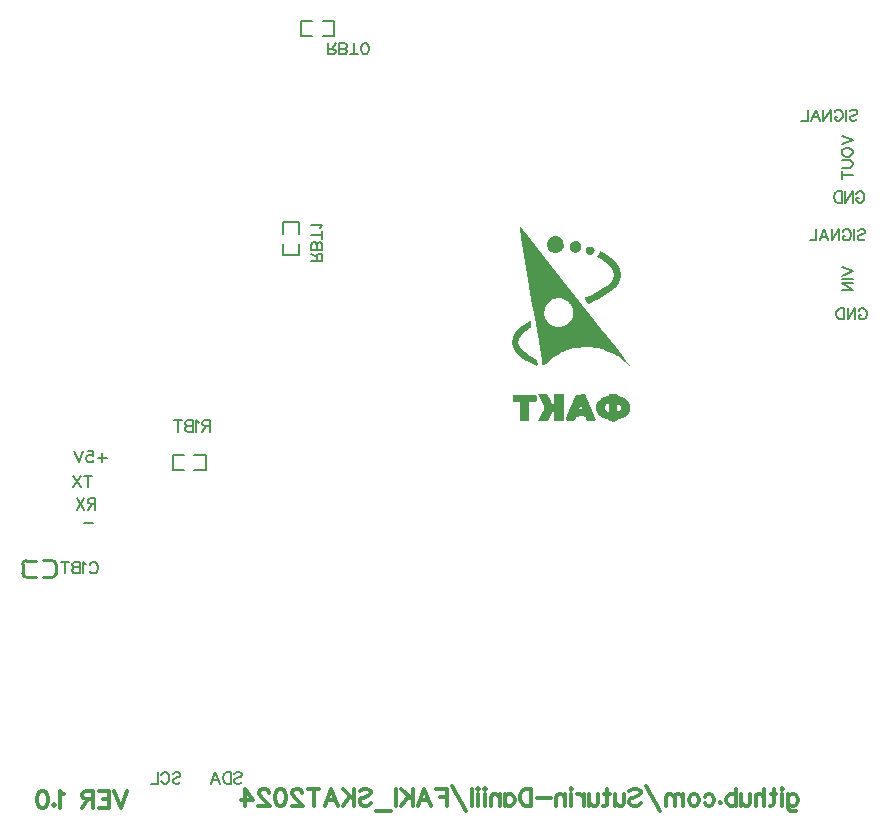
<source format=gbo>
G04 Layer: BottomSilkscreenLayer*
G04 EasyEDA v6.5.40, 2024-05-01 14:29:32*
G04 7703e67730494ffebf129c6139567d94,10*
G04 Gerber Generator version 0.2*
G04 Scale: 100 percent, Rotated: No, Reflected: No *
G04 Dimensions in millimeters *
G04 leading zeros omitted , absolute positions ,4 integer and 5 decimal *
%FSLAX45Y45*%
%MOMM*%

%ADD10C,0.3000*%
%ADD11C,0.2000*%
%ADD12C,0.1524*%
%ADD13C,0.2540*%

%LPD*%
G36*
X4421886Y-2252167D02*
G01*
X4421581Y-2253894D01*
X4421733Y-2258009D01*
X4423257Y-2272588D01*
X4426153Y-2294636D01*
X4430268Y-2322728D01*
X4435449Y-2355545D01*
X4486605Y-2661107D01*
X4530750Y-2919018D01*
X4542880Y-2991764D01*
X4630775Y-2991764D01*
X4631029Y-2980791D01*
X4631486Y-2975305D01*
X4633112Y-2964434D01*
X4634230Y-2959049D01*
X4635601Y-2953715D01*
X4639005Y-2943199D01*
X4643221Y-2932988D01*
X4648301Y-2923235D01*
X4654194Y-2913888D01*
X4660900Y-2905150D01*
X4664506Y-2900984D01*
X4672380Y-2893263D01*
X4680966Y-2886252D01*
X4690262Y-2880055D01*
X4699457Y-2875280D01*
X4704181Y-2873248D01*
X4714189Y-2869895D01*
X4719421Y-2868523D01*
X4730394Y-2866491D01*
X4742180Y-2865374D01*
X4748428Y-2865120D01*
X4760468Y-2865272D01*
X4771339Y-2866288D01*
X4776571Y-2867050D01*
X4786782Y-2869234D01*
X4796485Y-2872181D01*
X4805680Y-2875838D01*
X4814417Y-2880207D01*
X4822596Y-2885135D01*
X4830267Y-2890672D01*
X4837379Y-2896717D01*
X4843983Y-2903270D01*
X4849977Y-2910281D01*
X4855413Y-2917748D01*
X4860290Y-2925521D01*
X4864506Y-2933649D01*
X4868113Y-2942031D01*
X4871110Y-2950667D01*
X4873447Y-2959506D01*
X4875123Y-2968447D01*
X4876139Y-2977540D01*
X4876495Y-2986735D01*
X4876088Y-2995930D01*
X4875022Y-3005074D01*
X4873244Y-3014167D01*
X4870704Y-3023158D01*
X4867402Y-3032048D01*
X4863338Y-3040684D01*
X4861052Y-3044952D01*
X4855819Y-3053232D01*
X4849825Y-3061258D01*
X4843018Y-3068878D01*
X4835347Y-3076194D01*
X4826863Y-3083052D01*
X4822342Y-3086303D01*
X4817059Y-3089656D01*
X4811674Y-3092754D01*
X4806188Y-3095548D01*
X4800549Y-3098038D01*
X4794859Y-3100222D01*
X4789068Y-3102102D01*
X4783226Y-3103676D01*
X4771339Y-3105962D01*
X4765344Y-3106674D01*
X4753305Y-3107232D01*
X4747260Y-3107080D01*
X4735271Y-3105912D01*
X4729378Y-3104946D01*
X4723485Y-3103676D01*
X4717643Y-3102152D01*
X4711903Y-3100374D01*
X4706213Y-3098292D01*
X4700676Y-3095955D01*
X4695240Y-3093364D01*
X4689906Y-3090519D01*
X4684725Y-3087420D01*
X4674819Y-3080410D01*
X4670145Y-3076549D01*
X4665624Y-3072434D01*
X4661306Y-3068066D01*
X4657191Y-3063443D01*
X4653330Y-3058617D01*
X4649673Y-3053537D01*
X4643983Y-3044088D01*
X4641545Y-3039211D01*
X4639360Y-3034233D01*
X4637430Y-3029153D01*
X4634280Y-3018739D01*
X4632147Y-3008071D01*
X4630978Y-2997200D01*
X4630775Y-2991764D01*
X4542880Y-2991764D01*
X4557826Y-3080359D01*
X4583328Y-3228594D01*
X4593640Y-3289960D01*
X4601108Y-3336290D01*
X4608322Y-3383330D01*
X4610811Y-3397250D01*
X4613351Y-3409543D01*
X4615738Y-3419551D01*
X4617923Y-3426714D01*
X4618888Y-3429050D01*
X4619752Y-3430422D01*
X4623409Y-3431540D01*
X4628946Y-3429762D01*
X4635652Y-3425494D01*
X4642815Y-3419043D01*
X4650740Y-3411118D01*
X4659325Y-3403142D01*
X4668418Y-3395218D01*
X4678019Y-3387344D01*
X4688078Y-3379571D01*
X4698542Y-3371900D01*
X4709414Y-3364382D01*
X4720590Y-3356965D01*
X4732121Y-3349802D01*
X4743856Y-3342843D01*
X4755794Y-3336086D01*
X4767884Y-3329635D01*
X4780076Y-3323488D01*
X4792370Y-3317595D01*
X4804714Y-3312109D01*
X4817059Y-3306978D01*
X4829302Y-3302254D01*
X4841494Y-3297936D01*
X4850841Y-3295091D01*
X4861255Y-3292449D01*
X4872634Y-3290112D01*
X4884928Y-3287979D01*
X4897882Y-3286099D01*
X4911496Y-3284474D01*
X4925568Y-3283102D01*
X4954828Y-3281172D01*
X4984648Y-3280257D01*
X5006848Y-3280308D01*
X5021376Y-3280714D01*
X5035499Y-3281375D01*
X5049164Y-3282289D01*
X5062169Y-3283508D01*
X5074513Y-3285032D01*
X5085994Y-3286861D01*
X5096510Y-3288995D01*
X5106974Y-3291636D01*
X5118608Y-3294989D01*
X5130546Y-3298799D01*
X5142738Y-3303015D01*
X5155133Y-3307587D01*
X5180025Y-3317646D01*
X5204510Y-3328670D01*
X5227929Y-3340252D01*
X5249468Y-3352139D01*
X5259324Y-3358032D01*
X5268468Y-3363874D01*
X5276799Y-3369614D01*
X5284266Y-3375202D01*
X5290667Y-3380587D01*
X5313172Y-3401669D01*
X5335574Y-3421532D01*
X5344363Y-3428796D01*
X5350967Y-3433876D01*
X5355183Y-3436467D01*
X5356250Y-3436721D01*
X5356555Y-3436264D01*
X5355488Y-3434181D01*
X5349748Y-3426104D01*
X5323992Y-3392068D01*
X5285689Y-3342386D01*
X5237073Y-3279952D01*
X5197398Y-3229508D01*
X5169052Y-3194050D01*
X5161534Y-3185007D01*
X5159095Y-3182416D01*
X5150256Y-3171647D01*
X5111800Y-3122879D01*
X5020411Y-3005632D01*
X4699457Y-2597505D01*
X4494326Y-2336292D01*
X4454347Y-2285695D01*
X4444542Y-2274062D01*
X4436008Y-2264410D01*
X4429099Y-2257247D01*
X4424222Y-2253030D01*
X4422698Y-2252167D01*
G37*
G36*
X4726025Y-2338933D02*
G01*
X4719980Y-2339390D01*
X4713935Y-2340406D01*
X4707940Y-2341930D01*
X4701946Y-2344013D01*
X4696053Y-2346655D01*
X4690262Y-2349855D01*
X4684572Y-2353614D01*
X4679086Y-2357932D01*
X4672584Y-2363673D01*
X4667453Y-2368956D01*
X4663440Y-2374188D01*
X4660493Y-2379675D01*
X4658461Y-2385669D01*
X4657140Y-2392527D01*
X4656480Y-2400554D01*
X4656277Y-2410104D01*
X4656480Y-2416657D01*
X4657039Y-2422855D01*
X4658004Y-2428798D01*
X4659274Y-2434437D01*
X4660950Y-2439720D01*
X4662982Y-2444699D01*
X4665370Y-2449423D01*
X4668113Y-2453741D01*
X4671212Y-2457805D01*
X4674666Y-2461463D01*
X4678426Y-2464866D01*
X4682540Y-2467864D01*
X4687011Y-2470556D01*
X4691786Y-2472893D01*
X4696866Y-2474925D01*
X4702302Y-2476550D01*
X4708042Y-2477820D01*
X4714087Y-2478735D01*
X4720437Y-2479294D01*
X4727092Y-2479497D01*
X4736185Y-2479294D01*
X4743958Y-2478582D01*
X4750612Y-2477211D01*
X4756505Y-2475077D01*
X4761941Y-2471978D01*
X4767224Y-2467864D01*
X4772710Y-2462479D01*
X4778654Y-2455773D01*
X4784242Y-2448814D01*
X4788662Y-2442514D01*
X4791913Y-2436672D01*
X4794148Y-2430881D01*
X4795418Y-2424887D01*
X4795824Y-2418283D01*
X4795520Y-2410764D01*
X4794554Y-2402078D01*
X4793335Y-2394864D01*
X4791557Y-2388006D01*
X4789373Y-2381504D01*
X4786680Y-2375458D01*
X4783480Y-2369820D01*
X4779822Y-2364587D01*
X4775708Y-2359761D01*
X4771136Y-2355443D01*
X4766056Y-2351430D01*
X4760722Y-2347976D01*
X4755235Y-2345080D01*
X4749596Y-2342743D01*
X4743856Y-2340965D01*
X4737963Y-2339746D01*
X4732020Y-2339086D01*
G37*
G36*
X4898085Y-2379827D02*
G01*
X4893056Y-2379878D01*
X4888026Y-2380488D01*
X4883099Y-2381656D01*
X4878324Y-2383282D01*
X4873650Y-2385415D01*
X4869230Y-2387955D01*
X4865065Y-2390902D01*
X4861153Y-2394204D01*
X4857546Y-2397861D01*
X4854295Y-2401722D01*
X4851450Y-2405888D01*
X4849063Y-2410256D01*
X4847183Y-2414778D01*
X4845761Y-2419451D01*
X4844948Y-2424226D01*
X4844745Y-2429052D01*
X4845151Y-2433878D01*
X4846218Y-2438755D01*
X4848250Y-2444699D01*
X4850688Y-2450236D01*
X4853432Y-2455265D01*
X4856530Y-2459888D01*
X4859934Y-2464003D01*
X4863592Y-2467660D01*
X4867503Y-2470759D01*
X4871618Y-2473452D01*
X4875936Y-2475585D01*
X4880406Y-2477211D01*
X4884978Y-2478328D01*
X4889703Y-2478887D01*
X4894478Y-2478887D01*
X4899355Y-2478379D01*
X4904232Y-2477312D01*
X4909058Y-2475687D01*
X4913934Y-2473502D01*
X4918710Y-2470708D01*
X4923434Y-2467356D01*
X4928006Y-2463393D01*
X4932070Y-2459228D01*
X4935524Y-2454808D01*
X4938420Y-2450287D01*
X4940706Y-2445613D01*
X4942484Y-2440889D01*
X4943703Y-2436063D01*
X4944364Y-2431186D01*
X4944516Y-2426360D01*
X4944160Y-2421585D01*
X4943297Y-2416860D01*
X4941925Y-2412238D01*
X4940046Y-2407818D01*
X4937658Y-2403551D01*
X4934813Y-2399487D01*
X4931511Y-2395677D01*
X4927701Y-2392172D01*
X4923485Y-2388971D01*
X4918811Y-2386126D01*
X4913680Y-2383688D01*
X4908143Y-2381656D01*
X4903114Y-2380386D01*
G37*
G36*
X5019243Y-2427935D02*
G01*
X5013655Y-2428189D01*
X5008219Y-2428900D01*
X5003139Y-2430068D01*
X4998466Y-2431745D01*
X4994402Y-2433878D01*
X4991100Y-2436520D01*
X4987798Y-2440482D01*
X4985258Y-2444851D01*
X4983530Y-2449525D01*
X4982565Y-2454452D01*
X4982362Y-2459532D01*
X4982870Y-2464612D01*
X4984140Y-2469692D01*
X4986121Y-2474620D01*
X4988763Y-2479344D01*
X4992116Y-2483764D01*
X4996078Y-2487777D01*
X5000752Y-2491282D01*
X5006543Y-2494940D01*
X5011369Y-2497582D01*
X5015484Y-2499156D01*
X5019243Y-2499715D01*
X5023053Y-2499156D01*
X5027168Y-2497582D01*
X5031943Y-2494940D01*
X5037785Y-2491282D01*
X5042408Y-2487777D01*
X5046421Y-2483764D01*
X5049723Y-2479344D01*
X5052415Y-2474620D01*
X5054346Y-2469692D01*
X5055616Y-2464612D01*
X5056174Y-2459532D01*
X5055971Y-2454452D01*
X5055006Y-2449525D01*
X5053228Y-2444851D01*
X5050739Y-2440482D01*
X5047386Y-2436520D01*
X5044084Y-2433878D01*
X5040071Y-2431745D01*
X5035397Y-2430068D01*
X5030266Y-2428900D01*
X5024831Y-2428189D01*
G37*
G36*
X5107635Y-2464816D02*
G01*
X5105095Y-2466797D01*
X5101132Y-2472182D01*
X5096408Y-2480259D01*
X5091379Y-2490114D01*
X5079238Y-2515514D01*
X5123840Y-2540812D01*
X5135372Y-2547874D01*
X5146040Y-2554986D01*
X5155946Y-2562199D01*
X5165090Y-2569616D01*
X5173522Y-2577134D01*
X5181295Y-2584907D01*
X5188407Y-2592933D01*
X5194858Y-2601264D01*
X5200802Y-2609900D01*
X5206136Y-2618943D01*
X5211013Y-2628341D01*
X5216448Y-2640330D01*
X5221071Y-2651760D01*
X5222494Y-2656433D01*
X5223357Y-2660700D01*
X5223611Y-2664764D01*
X5223306Y-2668879D01*
X5222443Y-2673197D01*
X5220970Y-2677972D01*
X5216245Y-2689656D01*
X5211013Y-2701391D01*
X5206441Y-2709773D01*
X5201107Y-2717850D01*
X5194858Y-2725724D01*
X5187543Y-2733598D01*
X5179009Y-2741523D01*
X5169154Y-2749753D01*
X5157825Y-2758389D01*
X5146598Y-2766415D01*
X5125262Y-2780639D01*
X5102199Y-2794965D01*
X5078222Y-2808833D01*
X5054193Y-2821838D01*
X5031079Y-2833471D01*
X5009591Y-2843326D01*
X4989474Y-2851505D01*
X4984800Y-2853740D01*
X4981092Y-2856077D01*
X4978400Y-2858516D01*
X4976672Y-2861157D01*
X4975961Y-2864053D01*
X4976215Y-2867253D01*
X4977384Y-2870911D01*
X4979568Y-2875026D01*
X4982718Y-2879699D01*
X4986782Y-2885033D01*
X5008829Y-2910840D01*
X5070754Y-2879801D01*
X5090820Y-2869234D01*
X5117338Y-2854350D01*
X5142992Y-2839008D01*
X5167071Y-2823565D01*
X5178348Y-2815996D01*
X5198973Y-2801264D01*
X5216448Y-2787497D01*
X5223814Y-2781147D01*
X5230215Y-2775153D01*
X5235498Y-2769616D01*
X5243169Y-2760472D01*
X5250129Y-2751175D01*
X5256326Y-2741777D01*
X5261762Y-2732227D01*
X5266436Y-2722575D01*
X5270398Y-2712821D01*
X5273598Y-2703017D01*
X5276037Y-2693162D01*
X5277764Y-2683205D01*
X5278780Y-2673248D01*
X5279085Y-2663291D01*
X5278628Y-2653334D01*
X5277459Y-2643378D01*
X5275580Y-2633421D01*
X5273040Y-2623515D01*
X5269738Y-2613660D01*
X5265775Y-2603855D01*
X5261102Y-2594102D01*
X5255717Y-2584500D01*
X5249672Y-2574950D01*
X5242915Y-2565552D01*
X5235498Y-2556256D01*
X5227421Y-2547162D01*
X5218633Y-2538171D01*
X5209184Y-2529382D01*
X5199126Y-2520797D01*
X5188356Y-2512364D01*
X5176926Y-2504186D01*
X5164886Y-2496210D01*
X5152186Y-2488488D01*
X5136184Y-2479344D01*
X5122468Y-2471877D01*
X5112461Y-2466746D01*
X5109311Y-2465324D01*
G37*
G36*
X4511751Y-3057245D02*
G01*
X4509617Y-3057652D01*
X4506620Y-3058718D01*
X4502861Y-3060395D01*
X4493412Y-3065526D01*
X4481880Y-3072536D01*
X4468977Y-3080969D01*
X4455312Y-3090367D01*
X4441596Y-3100222D01*
X4428540Y-3110179D01*
X4416704Y-3119729D01*
X4406798Y-3128365D01*
X4398518Y-3136696D01*
X4394454Y-3141167D01*
X4387088Y-3150362D01*
X4380636Y-3159760D01*
X4377740Y-3164535D01*
X4372660Y-3174339D01*
X4370425Y-3179368D01*
X4366666Y-3189681D01*
X4363821Y-3200400D01*
X4361789Y-3211474D01*
X4360621Y-3223006D01*
X4360265Y-3235045D01*
X4360621Y-3244596D01*
X4361535Y-3253892D01*
X4363059Y-3262985D01*
X4365142Y-3271926D01*
X4367885Y-3280664D01*
X4371238Y-3289300D01*
X4375200Y-3297732D01*
X4379823Y-3306013D01*
X4385106Y-3314192D01*
X4391101Y-3322320D01*
X4397756Y-3330295D01*
X4405071Y-3338220D01*
X4413148Y-3346043D01*
X4421936Y-3353815D01*
X4431487Y-3361588D01*
X4441748Y-3369310D01*
X4452772Y-3377031D01*
X4464558Y-3384804D01*
X4477156Y-3392525D01*
X4490516Y-3400298D01*
X4504690Y-3408121D01*
X4571085Y-3442411D01*
X4573422Y-3424275D01*
X4573879Y-3419144D01*
X4573879Y-3414166D01*
X4573473Y-3409391D01*
X4572609Y-3404768D01*
X4571288Y-3400348D01*
X4569460Y-3396030D01*
X4567174Y-3391865D01*
X4564380Y-3387750D01*
X4561078Y-3383787D01*
X4557217Y-3379876D01*
X4552848Y-3375964D01*
X4547870Y-3372154D01*
X4542383Y-3368395D01*
X4536287Y-3364585D01*
X4529632Y-3360775D01*
X4518406Y-3354882D01*
X4509719Y-3349802D01*
X4500270Y-3343757D01*
X4490415Y-3336899D01*
X4480356Y-3329584D01*
X4470501Y-3321862D01*
X4461103Y-3314141D01*
X4452467Y-3306470D01*
X4441190Y-3295599D01*
X4429506Y-3283407D01*
X4424984Y-3278124D01*
X4421327Y-3273247D01*
X4418330Y-3268573D01*
X4416044Y-3264052D01*
X4414316Y-3259531D01*
X4413148Y-3254857D01*
X4412386Y-3249930D01*
X4411980Y-3244596D01*
X4411827Y-3238703D01*
X4412030Y-3233064D01*
X4412538Y-3227476D01*
X4413453Y-3221888D01*
X4414672Y-3216402D01*
X4416298Y-3210966D01*
X4418279Y-3205581D01*
X4420565Y-3200247D01*
X4423257Y-3194964D01*
X4426356Y-3189681D01*
X4429760Y-3184499D01*
X4433570Y-3179318D01*
X4437735Y-3174187D01*
X4442307Y-3169056D01*
X4447184Y-3163976D01*
X4458157Y-3153867D01*
X4470704Y-3143859D01*
X4477512Y-3138881D01*
X4495596Y-3126435D01*
X4504283Y-3120034D01*
X4510938Y-3114446D01*
X4515713Y-3109518D01*
X4518863Y-3104997D01*
X4520488Y-3100628D01*
X4520793Y-3096260D01*
X4519980Y-3091637D01*
X4518355Y-3084728D01*
X4516983Y-3077718D01*
X4516018Y-3071368D01*
X4515307Y-3062935D01*
X4514443Y-3059988D01*
X4513224Y-3058007D01*
G37*
G36*
X5215534Y-3672078D02*
G01*
X5207406Y-3672230D01*
X5200497Y-3672687D01*
X5194757Y-3673398D01*
X5190134Y-3674516D01*
X5186629Y-3675887D01*
X5184140Y-3677665D01*
X5182666Y-3679748D01*
X5181650Y-3684524D01*
X5180076Y-3686759D01*
X5177434Y-3688943D01*
X5173878Y-3690975D01*
X5169458Y-3692855D01*
X5164226Y-3694582D01*
X5158282Y-3696055D01*
X5146497Y-3698240D01*
X5136540Y-3700983D01*
X5131765Y-3702761D01*
X5127040Y-3704793D01*
X5122367Y-3707129D01*
X5113324Y-3712667D01*
X5108905Y-3715816D01*
X5100269Y-3723081D01*
X5090922Y-3732326D01*
X5086553Y-3737101D01*
X5082895Y-3741572D01*
X5079796Y-3745839D01*
X5077307Y-3750056D01*
X5075326Y-3754424D01*
X5073802Y-3759047D01*
X5072684Y-3764026D01*
X5071922Y-3769563D01*
X5071414Y-3775811D01*
X5071140Y-3786073D01*
X5145633Y-3786073D01*
X5146243Y-3780891D01*
X5147513Y-3775964D01*
X5149494Y-3771442D01*
X5152186Y-3767378D01*
X5155488Y-3763924D01*
X5159502Y-3761232D01*
X5168747Y-3756609D01*
X5172252Y-3755288D01*
X5175046Y-3754831D01*
X5177282Y-3755237D01*
X5179009Y-3756609D01*
X5180279Y-3759098D01*
X5181142Y-3762705D01*
X5181701Y-3767582D01*
X5182057Y-3773779D01*
X5182206Y-3790848D01*
X5248859Y-3790848D01*
X5249062Y-3781399D01*
X5249570Y-3773373D01*
X5250434Y-3766769D01*
X5251653Y-3761587D01*
X5253228Y-3757828D01*
X5255158Y-3755491D01*
X5257495Y-3754577D01*
X5260187Y-3755085D01*
X5263235Y-3756964D01*
X5266690Y-3760266D01*
X5270550Y-3764940D01*
X5274818Y-3771036D01*
X5277713Y-3775964D01*
X5279847Y-3780840D01*
X5281269Y-3785615D01*
X5282031Y-3790289D01*
X5282031Y-3794810D01*
X5281371Y-3799179D01*
X5279999Y-3803396D01*
X5277916Y-3807358D01*
X5275122Y-3811117D01*
X5271719Y-3814572D01*
X5267604Y-3817772D01*
X5262829Y-3820668D01*
X5258562Y-3822801D01*
X5255260Y-3823715D01*
X5252770Y-3823258D01*
X5251043Y-3821176D01*
X5249926Y-3817162D01*
X5249265Y-3810914D01*
X5248960Y-3802227D01*
X5248859Y-3790848D01*
X5182206Y-3790848D01*
X5182108Y-3799636D01*
X5181701Y-3807307D01*
X5180990Y-3813657D01*
X5179923Y-3818737D01*
X5178552Y-3822547D01*
X5176774Y-3825138D01*
X5174640Y-3826459D01*
X5171998Y-3826662D01*
X5168950Y-3825646D01*
X5165445Y-3823563D01*
X5161381Y-3820312D01*
X5156809Y-3815994D01*
X5153152Y-3811727D01*
X5150205Y-3807002D01*
X5148021Y-3801973D01*
X5146497Y-3796690D01*
X5145735Y-3791356D01*
X5145633Y-3786073D01*
X5071140Y-3786073D01*
X5071160Y-3798976D01*
X5071872Y-3812336D01*
X5072684Y-3817823D01*
X5073802Y-3822801D01*
X5075428Y-3827322D01*
X5077510Y-3831640D01*
X5080101Y-3835806D01*
X5083403Y-3840022D01*
X5087315Y-3844442D01*
X5097526Y-3854551D01*
X5106212Y-3862019D01*
X5115306Y-3868572D01*
X5119979Y-3871518D01*
X5129428Y-3876548D01*
X5134203Y-3878681D01*
X5138978Y-3880510D01*
X5143754Y-3882034D01*
X5148427Y-3883253D01*
X5165039Y-3886758D01*
X5174234Y-3890314D01*
X5180126Y-3894429D01*
X5182209Y-3898950D01*
X5182666Y-3901440D01*
X5184140Y-3903522D01*
X5186629Y-3905300D01*
X5190134Y-3906672D01*
X5194757Y-3907790D01*
X5200497Y-3908501D01*
X5207406Y-3908958D01*
X5215534Y-3909110D01*
X5223713Y-3908958D01*
X5230672Y-3908501D01*
X5236413Y-3907790D01*
X5241036Y-3906672D01*
X5244541Y-3905250D01*
X5246979Y-3903472D01*
X5248402Y-3901338D01*
X5248859Y-3898849D01*
X5250738Y-3894429D01*
X5255869Y-3890213D01*
X5263540Y-3886555D01*
X5272938Y-3883964D01*
X5279796Y-3882542D01*
X5286451Y-3880764D01*
X5292801Y-3878732D01*
X5298897Y-3876446D01*
X5304739Y-3873906D01*
X5310276Y-3871061D01*
X5315559Y-3868013D01*
X5320588Y-3864711D01*
X5325313Y-3861206D01*
X5329732Y-3857447D01*
X5333847Y-3853484D01*
X5337708Y-3849319D01*
X5341213Y-3844950D01*
X5344414Y-3840429D01*
X5347309Y-3835704D01*
X5349900Y-3830777D01*
X5352135Y-3825697D01*
X5354015Y-3820515D01*
X5355590Y-3815130D01*
X5356809Y-3809593D01*
X5357672Y-3803954D01*
X5358231Y-3798163D01*
X5358384Y-3792270D01*
X5358180Y-3786276D01*
X5357571Y-3780180D01*
X5356606Y-3773982D01*
X5355285Y-3767683D01*
X5353558Y-3761333D01*
X5351475Y-3755136D01*
X5348986Y-3749243D01*
X5346141Y-3743604D01*
X5342890Y-3738270D01*
X5339232Y-3733190D01*
X5335219Y-3728415D01*
X5330901Y-3723944D01*
X5326176Y-3719779D01*
X5321096Y-3715867D01*
X5315712Y-3712311D01*
X5309971Y-3709060D01*
X5303875Y-3706164D01*
X5297474Y-3703574D01*
X5290769Y-3701287D01*
X5283758Y-3699408D01*
X5276392Y-3697833D01*
X5265318Y-3694988D01*
X5256631Y-3691229D01*
X5250942Y-3686860D01*
X5248859Y-3682339D01*
X5248402Y-3679850D01*
X5246979Y-3677716D01*
X5244541Y-3675938D01*
X5241036Y-3674516D01*
X5236413Y-3673398D01*
X5230672Y-3672687D01*
X5223713Y-3672230D01*
G37*
G36*
X4974996Y-3678682D02*
G01*
X4900015Y-3683203D01*
X4849204Y-3797604D01*
X4927142Y-3797604D01*
X4928260Y-3790492D01*
X4930190Y-3784701D01*
X4932629Y-3779570D01*
X4935423Y-3775303D01*
X4938268Y-3772103D01*
X4940909Y-3770223D01*
X4943094Y-3769868D01*
X4944618Y-3771290D01*
X4945532Y-3778453D01*
X4946497Y-3783279D01*
X4947920Y-3788562D01*
X4949647Y-3793693D01*
X4950866Y-3799027D01*
X4949596Y-3802684D01*
X4945786Y-3804767D01*
X4939233Y-3805428D01*
X4932375Y-3804665D01*
X4928412Y-3802176D01*
X4927142Y-3797604D01*
X4849204Y-3797604D01*
X4833620Y-3833114D01*
X4826508Y-3849979D01*
X4821021Y-3863797D01*
X4817211Y-3874922D01*
X4814976Y-3883660D01*
X4814468Y-3887215D01*
X4814366Y-3890213D01*
X4814620Y-3892804D01*
X4815281Y-3894988D01*
X4816297Y-3896766D01*
X4817719Y-3898188D01*
X4819497Y-3899357D01*
X4821631Y-3900220D01*
X4824171Y-3900830D01*
X4830267Y-3901490D01*
X4837836Y-3901694D01*
X4857445Y-3901541D01*
X4866132Y-3901033D01*
X4873091Y-3900068D01*
X4878679Y-3898392D01*
X4883150Y-3896055D01*
X4886909Y-3892804D01*
X4890160Y-3888536D01*
X4896510Y-3877767D01*
X4899812Y-3873500D01*
X4903622Y-3870248D01*
X4908245Y-3867861D01*
X4914036Y-3866286D01*
X4921351Y-3865270D01*
X4930495Y-3864813D01*
X4941925Y-3864660D01*
X4953711Y-3864762D01*
X4962906Y-3865219D01*
X4969967Y-3866083D01*
X4975148Y-3867607D01*
X4978958Y-3869944D01*
X4981651Y-3873195D01*
X4983632Y-3877564D01*
X4986883Y-3888841D01*
X4988915Y-3893210D01*
X4991658Y-3896461D01*
X4995519Y-3898798D01*
X5000955Y-3900322D01*
X5008270Y-3901186D01*
X5017973Y-3901592D01*
X5043220Y-3901643D01*
X5052923Y-3901338D01*
X5059781Y-3900678D01*
X5064201Y-3899408D01*
X5066487Y-3897376D01*
X5067046Y-3894429D01*
X5066131Y-3890365D01*
X5062067Y-3879697D01*
X5052110Y-3855974D01*
G37*
G36*
X4573422Y-3679494D02*
G01*
X4620666Y-3760165D01*
X4625136Y-3768902D01*
X4628235Y-3776421D01*
X4629302Y-3779824D01*
X4630064Y-3783126D01*
X4630470Y-3786276D01*
X4630572Y-3789324D01*
X4630369Y-3792423D01*
X4629861Y-3795522D01*
X4627930Y-3801973D01*
X4624832Y-3809085D01*
X4620615Y-3817315D01*
X4608779Y-3838346D01*
X4573778Y-3901694D01*
X4661916Y-3901694D01*
X4686808Y-3852773D01*
X4695088Y-3838244D01*
X4698898Y-3832199D01*
X4702352Y-3827221D01*
X4705299Y-3823462D01*
X4707686Y-3821074D01*
X4709363Y-3820210D01*
X4710582Y-3821074D01*
X4711750Y-3823462D01*
X4712817Y-3827221D01*
X4713732Y-3832199D01*
X4714494Y-3838244D01*
X4715408Y-3852773D01*
X4715560Y-3901694D01*
X4797044Y-3901694D01*
X4797044Y-3679494D01*
X4715560Y-3679494D01*
X4715459Y-3728161D01*
X4714798Y-3740404D01*
X4714240Y-3745382D01*
X4713478Y-3749548D01*
X4712512Y-3752951D01*
X4711395Y-3755542D01*
X4710074Y-3757371D01*
X4708499Y-3758437D01*
X4706772Y-3758692D01*
X4704791Y-3758133D01*
X4702606Y-3756812D01*
X4700168Y-3754729D01*
X4697476Y-3751834D01*
X4691430Y-3743655D01*
X4684369Y-3732377D01*
X4676190Y-3717899D01*
X4655362Y-3679494D01*
G37*
G36*
X4511395Y-3680510D02*
G01*
X4462018Y-3681120D01*
X4363720Y-3683203D01*
X4363770Y-3722573D01*
X4364177Y-3729939D01*
X4365396Y-3735324D01*
X4367682Y-3738981D01*
X4371390Y-3741420D01*
X4377029Y-3742944D01*
X4384802Y-3743909D01*
X4426661Y-3747008D01*
X4426661Y-3901694D01*
X4500727Y-3901694D01*
X4500727Y-3747008D01*
X4541723Y-3743909D01*
X4549190Y-3742893D01*
X4554829Y-3741470D01*
X4558995Y-3739438D01*
X4561941Y-3736594D01*
X4563872Y-3732784D01*
X4565192Y-3727805D01*
X4566107Y-3721455D01*
X4566716Y-3712464D01*
X4566615Y-3703472D01*
X4565802Y-3695547D01*
X4564380Y-3689756D01*
X4563567Y-3688181D01*
X4562348Y-3686810D01*
X4560570Y-3685590D01*
X4558284Y-3684473D01*
X4555337Y-3683558D01*
X4551680Y-3682746D01*
X4542028Y-3681526D01*
X4528769Y-3680815D01*
G37*
D10*
X6698157Y-7066346D02*
G01*
X6698157Y-7175436D01*
X6704975Y-7195891D01*
X6711795Y-7202711D01*
X6725429Y-7209528D01*
X6745884Y-7209528D01*
X6759521Y-7202711D01*
X6698157Y-7086800D02*
G01*
X6711795Y-7073165D01*
X6725429Y-7066346D01*
X6745884Y-7066346D01*
X6759521Y-7073165D01*
X6773158Y-7086800D01*
X6779976Y-7107255D01*
X6779976Y-7120892D01*
X6773158Y-7141347D01*
X6759521Y-7154984D01*
X6745884Y-7161801D01*
X6725429Y-7161801D01*
X6711795Y-7154984D01*
X6698157Y-7141347D01*
X6653159Y-7018619D02*
G01*
X6646339Y-7025436D01*
X6639521Y-7018619D01*
X6646339Y-7011802D01*
X6653159Y-7018619D01*
X6646339Y-7066346D02*
G01*
X6646339Y-7161801D01*
X6574068Y-7018619D02*
G01*
X6574068Y-7134529D01*
X6567248Y-7154984D01*
X6553614Y-7161801D01*
X6539976Y-7161801D01*
X6594523Y-7066346D02*
G01*
X6546794Y-7066346D01*
X6494978Y-7018619D02*
G01*
X6494978Y-7161801D01*
X6494978Y-7093620D02*
G01*
X6474523Y-7073165D01*
X6460886Y-7066346D01*
X6440431Y-7066346D01*
X6426794Y-7073165D01*
X6419977Y-7093620D01*
X6419977Y-7161801D01*
X6374978Y-7066346D02*
G01*
X6374978Y-7134529D01*
X6368158Y-7154984D01*
X6354523Y-7161801D01*
X6334069Y-7161801D01*
X6320431Y-7154984D01*
X6299977Y-7134529D01*
X6299977Y-7066346D02*
G01*
X6299977Y-7161801D01*
X6254978Y-7018619D02*
G01*
X6254978Y-7161801D01*
X6254978Y-7086800D02*
G01*
X6241341Y-7073165D01*
X6227704Y-7066346D01*
X6207249Y-7066346D01*
X6193614Y-7073165D01*
X6179977Y-7086800D01*
X6173160Y-7107255D01*
X6173160Y-7120892D01*
X6179977Y-7141347D01*
X6193614Y-7154984D01*
X6207249Y-7161801D01*
X6227704Y-7161801D01*
X6241341Y-7154984D01*
X6254978Y-7141347D01*
X6121341Y-7127709D02*
G01*
X6128158Y-7134529D01*
X6121341Y-7141347D01*
X6114524Y-7134529D01*
X6121341Y-7127709D01*
X5987704Y-7086800D02*
G01*
X6001341Y-7073165D01*
X6014976Y-7066346D01*
X6035431Y-7066346D01*
X6049068Y-7073165D01*
X6062705Y-7086800D01*
X6069523Y-7107255D01*
X6069523Y-7120892D01*
X6062705Y-7141347D01*
X6049068Y-7154984D01*
X6035431Y-7161801D01*
X6014976Y-7161801D01*
X6001341Y-7154984D01*
X5987704Y-7141347D01*
X5908614Y-7066346D02*
G01*
X5922251Y-7073165D01*
X5935886Y-7086800D01*
X5942705Y-7107255D01*
X5942705Y-7120892D01*
X5935886Y-7141347D01*
X5922251Y-7154984D01*
X5908614Y-7161801D01*
X5888159Y-7161801D01*
X5874524Y-7154984D01*
X5860887Y-7141347D01*
X5854070Y-7120892D01*
X5854070Y-7107255D01*
X5860887Y-7086800D01*
X5874524Y-7073165D01*
X5888159Y-7066346D01*
X5908614Y-7066346D01*
X5809068Y-7066346D02*
G01*
X5809068Y-7161801D01*
X5809068Y-7093620D02*
G01*
X5788614Y-7073165D01*
X5774977Y-7066346D01*
X5754524Y-7066346D01*
X5740887Y-7073165D01*
X5734070Y-7093620D01*
X5734070Y-7161801D01*
X5734070Y-7093620D02*
G01*
X5713615Y-7073165D01*
X5699978Y-7066346D01*
X5679523Y-7066346D01*
X5665886Y-7073165D01*
X5659069Y-7093620D01*
X5659069Y-7161801D01*
X5491342Y-6991347D02*
G01*
X5614070Y-7209528D01*
X5350888Y-7039074D02*
G01*
X5364525Y-7025436D01*
X5384977Y-7018619D01*
X5412252Y-7018619D01*
X5432706Y-7025436D01*
X5446341Y-7039074D01*
X5446341Y-7052711D01*
X5439524Y-7066346D01*
X5432706Y-7073165D01*
X5419069Y-7079983D01*
X5378160Y-7093620D01*
X5364525Y-7100437D01*
X5357705Y-7107255D01*
X5350888Y-7120892D01*
X5350888Y-7141347D01*
X5364525Y-7154984D01*
X5384977Y-7161801D01*
X5412252Y-7161801D01*
X5432706Y-7154984D01*
X5446341Y-7141347D01*
X5305887Y-7066346D02*
G01*
X5305887Y-7134529D01*
X5299069Y-7154984D01*
X5285432Y-7161801D01*
X5264978Y-7161801D01*
X5251343Y-7154984D01*
X5230888Y-7134529D01*
X5230888Y-7066346D02*
G01*
X5230888Y-7161801D01*
X5165432Y-7018619D02*
G01*
X5165432Y-7134529D01*
X5158615Y-7154984D01*
X5144978Y-7161801D01*
X5131343Y-7161801D01*
X5185887Y-7066346D02*
G01*
X5138160Y-7066346D01*
X5086342Y-7066346D02*
G01*
X5086342Y-7134529D01*
X5079525Y-7154984D01*
X5065887Y-7161801D01*
X5045433Y-7161801D01*
X5031798Y-7154984D01*
X5011343Y-7134529D01*
X5011343Y-7066346D02*
G01*
X5011343Y-7161801D01*
X4966342Y-7066346D02*
G01*
X4966342Y-7161801D01*
X4966342Y-7107255D02*
G01*
X4959525Y-7086800D01*
X4945888Y-7073165D01*
X4932253Y-7066346D01*
X4911798Y-7066346D01*
X4866797Y-7018619D02*
G01*
X4859980Y-7025436D01*
X4853162Y-7018619D01*
X4859980Y-7011802D01*
X4866797Y-7018619D01*
X4859980Y-7066346D02*
G01*
X4859980Y-7161801D01*
X4808161Y-7066346D02*
G01*
X4808161Y-7161801D01*
X4808161Y-7093620D02*
G01*
X4787706Y-7073165D01*
X4774072Y-7066346D01*
X4753617Y-7066346D01*
X4739980Y-7073165D01*
X4733163Y-7093620D01*
X4733163Y-7161801D01*
X4688161Y-7100437D02*
G01*
X4565434Y-7100437D01*
X4520435Y-7018619D02*
G01*
X4520435Y-7161801D01*
X4520435Y-7018619D02*
G01*
X4472708Y-7018619D01*
X4452254Y-7025436D01*
X4438616Y-7039074D01*
X4431799Y-7052711D01*
X4424979Y-7073165D01*
X4424979Y-7107255D01*
X4431799Y-7127709D01*
X4438616Y-7141347D01*
X4452254Y-7154984D01*
X4472708Y-7161801D01*
X4520435Y-7161801D01*
X4298162Y-7066346D02*
G01*
X4298162Y-7161801D01*
X4298162Y-7086800D02*
G01*
X4311799Y-7073165D01*
X4325434Y-7066346D01*
X4345889Y-7066346D01*
X4359526Y-7073165D01*
X4373163Y-7086800D01*
X4379981Y-7107255D01*
X4379981Y-7120892D01*
X4373163Y-7141347D01*
X4359526Y-7154984D01*
X4345889Y-7161801D01*
X4325434Y-7161801D01*
X4311799Y-7154984D01*
X4298162Y-7141347D01*
X4253163Y-7066346D02*
G01*
X4253163Y-7161801D01*
X4253163Y-7093620D02*
G01*
X4232709Y-7073165D01*
X4219072Y-7066346D01*
X4198617Y-7066346D01*
X4184980Y-7073165D01*
X4178162Y-7093620D01*
X4178162Y-7161801D01*
X4133164Y-7018619D02*
G01*
X4126344Y-7025436D01*
X4119526Y-7018619D01*
X4126344Y-7011802D01*
X4133164Y-7018619D01*
X4126344Y-7066346D02*
G01*
X4126344Y-7161801D01*
X4074528Y-7018619D02*
G01*
X4067708Y-7025436D01*
X4060891Y-7018619D01*
X4067708Y-7011802D01*
X4074528Y-7018619D01*
X4067708Y-7066346D02*
G01*
X4067708Y-7161801D01*
X4015889Y-7018619D02*
G01*
X4015889Y-7161801D01*
X3848163Y-6991347D02*
G01*
X3970891Y-7209528D01*
X3803164Y-7018619D02*
G01*
X3803164Y-7161801D01*
X3803164Y-7018619D02*
G01*
X3714529Y-7018619D01*
X3803164Y-7086800D02*
G01*
X3748618Y-7086800D01*
X3614981Y-7018619D02*
G01*
X3669527Y-7161801D01*
X3614981Y-7018619D02*
G01*
X3560437Y-7161801D01*
X3649073Y-7114075D02*
G01*
X3580891Y-7114075D01*
X3515436Y-7018619D02*
G01*
X3515436Y-7161801D01*
X3419983Y-7018619D02*
G01*
X3515436Y-7114075D01*
X3481346Y-7079983D02*
G01*
X3419983Y-7161801D01*
X3374981Y-7018619D02*
G01*
X3374981Y-7161801D01*
X3329983Y-7209528D02*
G01*
X3207255Y-7209528D01*
X3066801Y-7039074D02*
G01*
X3080438Y-7025436D01*
X3100892Y-7018619D01*
X3128164Y-7018619D01*
X3148619Y-7025436D01*
X3162256Y-7039074D01*
X3162256Y-7052711D01*
X3155436Y-7066346D01*
X3148619Y-7073165D01*
X3134982Y-7079983D01*
X3094075Y-7093620D01*
X3080438Y-7100437D01*
X3073620Y-7107255D01*
X3066801Y-7120892D01*
X3066801Y-7141347D01*
X3080438Y-7154984D01*
X3100892Y-7161801D01*
X3128164Y-7161801D01*
X3148619Y-7154984D01*
X3162256Y-7141347D01*
X3021802Y-7018619D02*
G01*
X3021802Y-7161801D01*
X2926346Y-7018619D02*
G01*
X3021802Y-7114075D01*
X2987710Y-7079983D02*
G01*
X2926346Y-7161801D01*
X2826801Y-7018619D02*
G01*
X2881348Y-7161801D01*
X2826801Y-7018619D02*
G01*
X2772257Y-7161801D01*
X2860893Y-7114075D02*
G01*
X2792712Y-7114075D01*
X2679529Y-7018619D02*
G01*
X2679529Y-7161801D01*
X2727256Y-7018619D02*
G01*
X2631803Y-7018619D01*
X2579984Y-7052711D02*
G01*
X2579984Y-7045891D01*
X2573167Y-7032256D01*
X2566347Y-7025436D01*
X2552712Y-7018619D01*
X2525438Y-7018619D01*
X2511803Y-7025436D01*
X2504983Y-7032256D01*
X2498166Y-7045891D01*
X2498166Y-7059528D01*
X2504983Y-7073165D01*
X2518620Y-7093620D01*
X2586802Y-7161801D01*
X2491348Y-7161801D01*
X2405438Y-7018619D02*
G01*
X2425893Y-7025436D01*
X2439530Y-7045891D01*
X2446347Y-7079983D01*
X2446347Y-7100437D01*
X2439530Y-7134529D01*
X2425893Y-7154984D01*
X2405438Y-7161801D01*
X2391803Y-7161801D01*
X2371349Y-7154984D01*
X2357711Y-7134529D01*
X2350894Y-7100437D01*
X2350894Y-7079983D01*
X2357711Y-7045891D01*
X2371349Y-7025436D01*
X2391803Y-7018619D01*
X2405438Y-7018619D01*
X2299075Y-7052711D02*
G01*
X2299075Y-7045891D01*
X2292258Y-7032256D01*
X2285438Y-7025436D01*
X2271803Y-7018619D01*
X2244531Y-7018619D01*
X2230894Y-7025436D01*
X2224077Y-7032256D01*
X2217257Y-7045891D01*
X2217257Y-7059528D01*
X2224077Y-7073165D01*
X2237712Y-7093620D01*
X2305893Y-7161801D01*
X2210440Y-7161801D01*
X2097257Y-7018619D02*
G01*
X2165438Y-7114075D01*
X2063168Y-7114075D01*
X2097257Y-7018619D02*
G01*
X2097257Y-7161801D01*
X1099985Y-7038609D02*
G01*
X1045438Y-7181791D01*
X990894Y-7038609D02*
G01*
X1045438Y-7181791D01*
X945893Y-7038609D02*
G01*
X945893Y-7181791D01*
X945893Y-7038609D02*
G01*
X857257Y-7038609D01*
X945893Y-7106790D02*
G01*
X891349Y-7106790D01*
X945893Y-7181791D02*
G01*
X857257Y-7181791D01*
X812258Y-7038609D02*
G01*
X812258Y-7181791D01*
X812258Y-7038609D02*
G01*
X750895Y-7038609D01*
X730440Y-7045426D01*
X723623Y-7052246D01*
X716803Y-7065881D01*
X716803Y-7079518D01*
X723623Y-7093155D01*
X730440Y-7099973D01*
X750895Y-7106790D01*
X812258Y-7106790D01*
X764532Y-7106790D02*
G01*
X716803Y-7181791D01*
X566803Y-7065881D02*
G01*
X553168Y-7059063D01*
X532714Y-7038609D01*
X532714Y-7181791D01*
X480895Y-7147699D02*
G01*
X487713Y-7154519D01*
X480895Y-7161336D01*
X474078Y-7154519D01*
X480895Y-7147699D01*
X388167Y-7038609D02*
G01*
X408622Y-7045426D01*
X422259Y-7065881D01*
X429077Y-7099973D01*
X429077Y-7120427D01*
X422259Y-7154519D01*
X408622Y-7174974D01*
X388167Y-7181791D01*
X374533Y-7181791D01*
X354078Y-7174974D01*
X340441Y-7154519D01*
X333623Y-7120427D01*
X333623Y-7099973D01*
X340441Y-7065881D01*
X354078Y-7045426D01*
X374533Y-7038609D01*
X388167Y-7038609D01*
D11*
X729937Y-4766343D02*
G01*
X811725Y-4766343D01*
X768179Y-4369081D02*
G01*
X768179Y-4464537D01*
X799998Y-4369081D02*
G01*
X736361Y-4369081D01*
X706361Y-4369081D02*
G01*
X642726Y-4464537D01*
X642726Y-4369081D02*
G01*
X706361Y-4464537D01*
X829998Y-4559081D02*
G01*
X829998Y-4654537D01*
X829998Y-4559081D02*
G01*
X789089Y-4559081D01*
X775451Y-4563628D01*
X770907Y-4568172D01*
X766361Y-4577262D01*
X766361Y-4586353D01*
X770907Y-4595444D01*
X775451Y-4599990D01*
X789089Y-4604537D01*
X829998Y-4604537D01*
X798179Y-4604537D02*
G01*
X766361Y-4654537D01*
X736361Y-4559081D02*
G01*
X672726Y-4654537D01*
X672726Y-4559081D02*
G01*
X736361Y-4654537D01*
X889088Y-4172719D02*
G01*
X889088Y-4254538D01*
X929998Y-4213628D02*
G01*
X848179Y-4213628D01*
X763635Y-4159082D02*
G01*
X809089Y-4159082D01*
X813635Y-4199991D01*
X809089Y-4195445D01*
X795451Y-4190900D01*
X781817Y-4190900D01*
X768179Y-4195445D01*
X759089Y-4204538D01*
X754545Y-4218172D01*
X754545Y-4227263D01*
X759089Y-4240900D01*
X768179Y-4249991D01*
X781817Y-4254538D01*
X795451Y-4254538D01*
X809089Y-4249991D01*
X813635Y-4245444D01*
X818179Y-4236354D01*
X724545Y-4159082D02*
G01*
X688179Y-4254538D01*
X651817Y-4159082D02*
G01*
X688179Y-4254538D01*
X7216348Y-1282725D02*
G01*
X7225438Y-1273634D01*
X7239076Y-1269088D01*
X7257257Y-1269088D01*
X7270894Y-1273634D01*
X7279985Y-1282725D01*
X7279985Y-1291816D01*
X7275438Y-1300906D01*
X7270894Y-1305450D01*
X7261804Y-1309997D01*
X7234532Y-1319088D01*
X7225438Y-1323634D01*
X7220894Y-1328178D01*
X7216348Y-1337269D01*
X7216348Y-1350906D01*
X7225438Y-1359997D01*
X7239076Y-1364543D01*
X7257257Y-1364543D01*
X7270894Y-1359997D01*
X7279985Y-1350906D01*
X7186348Y-1269088D02*
G01*
X7186348Y-1364543D01*
X7088167Y-1291816D02*
G01*
X7092713Y-1282725D01*
X7101804Y-1273634D01*
X7110895Y-1269088D01*
X7129076Y-1269088D01*
X7138167Y-1273634D01*
X7147257Y-1282725D01*
X7151804Y-1291816D01*
X7156348Y-1305450D01*
X7156348Y-1328178D01*
X7151804Y-1341815D01*
X7147257Y-1350906D01*
X7138167Y-1359997D01*
X7129076Y-1364543D01*
X7110895Y-1364543D01*
X7101804Y-1359997D01*
X7092713Y-1350906D01*
X7088167Y-1341815D01*
X7088167Y-1328178D01*
X7110895Y-1328178D02*
G01*
X7088167Y-1328178D01*
X7058167Y-1269088D02*
G01*
X7058167Y-1364543D01*
X7058167Y-1269088D02*
G01*
X6994532Y-1364543D01*
X6994532Y-1269088D02*
G01*
X6994532Y-1364543D01*
X6928167Y-1269088D02*
G01*
X6964532Y-1364543D01*
X6928167Y-1269088D02*
G01*
X6891804Y-1364543D01*
X6950895Y-1332725D02*
G01*
X6905439Y-1332725D01*
X6861804Y-1269088D02*
G01*
X6861804Y-1364543D01*
X6861804Y-1364543D02*
G01*
X6807258Y-1364543D01*
X7271804Y-1981814D02*
G01*
X7276348Y-1972724D01*
X7285438Y-1963633D01*
X7294532Y-1959086D01*
X7312713Y-1959086D01*
X7321804Y-1963633D01*
X7330894Y-1972724D01*
X7335438Y-1981814D01*
X7339985Y-1995449D01*
X7339985Y-2018177D01*
X7335438Y-2031814D01*
X7330894Y-2040905D01*
X7321804Y-2049995D01*
X7312713Y-2054542D01*
X7294532Y-2054542D01*
X7285438Y-2049995D01*
X7276348Y-2040905D01*
X7271804Y-2031814D01*
X7271804Y-2018177D01*
X7294532Y-2018177D02*
G01*
X7271804Y-2018177D01*
X7241804Y-1959086D02*
G01*
X7241804Y-2054542D01*
X7241804Y-1959086D02*
G01*
X7178166Y-2054542D01*
X7178166Y-1959086D02*
G01*
X7178166Y-2054542D01*
X7148167Y-1959086D02*
G01*
X7148167Y-2054542D01*
X7148167Y-1959086D02*
G01*
X7116348Y-1959086D01*
X7102713Y-1963633D01*
X7093623Y-1972724D01*
X7089076Y-1981814D01*
X7084532Y-1995449D01*
X7084532Y-2018177D01*
X7089076Y-2031814D01*
X7093623Y-2040905D01*
X7102713Y-2049995D01*
X7116348Y-2054542D01*
X7148167Y-2054542D01*
X7291804Y-2971812D02*
G01*
X7296348Y-2962722D01*
X7305438Y-2953631D01*
X7314531Y-2949084D01*
X7332713Y-2949084D01*
X7341803Y-2953631D01*
X7350894Y-2962722D01*
X7355438Y-2971812D01*
X7359985Y-2985447D01*
X7359985Y-3008175D01*
X7355438Y-3021812D01*
X7350894Y-3030903D01*
X7341803Y-3039993D01*
X7332713Y-3044540D01*
X7314531Y-3044540D01*
X7305438Y-3039993D01*
X7296348Y-3030903D01*
X7291804Y-3021812D01*
X7291804Y-3008175D01*
X7314531Y-3008175D02*
G01*
X7291804Y-3008175D01*
X7261804Y-2949084D02*
G01*
X7261804Y-3044540D01*
X7261804Y-2949084D02*
G01*
X7198166Y-3044540D01*
X7198166Y-2949084D02*
G01*
X7198166Y-3044540D01*
X7168167Y-2949084D02*
G01*
X7168167Y-3044540D01*
X7168167Y-2949084D02*
G01*
X7136348Y-2949084D01*
X7122713Y-2953631D01*
X7113623Y-2962722D01*
X7109076Y-2971812D01*
X7104532Y-2985447D01*
X7104532Y-3008175D01*
X7109076Y-3021812D01*
X7113623Y-3030903D01*
X7122713Y-3039993D01*
X7136348Y-3044540D01*
X7168167Y-3044540D01*
X7286348Y-2292723D02*
G01*
X7295438Y-2283632D01*
X7309076Y-2279086D01*
X7327257Y-2279086D01*
X7340894Y-2283632D01*
X7349985Y-2292723D01*
X7349985Y-2301814D01*
X7345438Y-2310904D01*
X7340894Y-2315448D01*
X7331803Y-2319995D01*
X7304531Y-2329086D01*
X7295438Y-2333632D01*
X7290894Y-2338176D01*
X7286348Y-2347267D01*
X7286348Y-2360904D01*
X7295438Y-2369995D01*
X7309076Y-2374541D01*
X7327257Y-2374541D01*
X7340894Y-2369995D01*
X7349985Y-2360904D01*
X7256348Y-2279086D02*
G01*
X7256348Y-2374541D01*
X7158167Y-2301814D02*
G01*
X7162713Y-2292723D01*
X7171804Y-2283632D01*
X7180894Y-2279086D01*
X7199076Y-2279086D01*
X7208166Y-2283632D01*
X7217257Y-2292723D01*
X7221804Y-2301814D01*
X7226348Y-2315448D01*
X7226348Y-2338176D01*
X7221804Y-2351813D01*
X7217257Y-2360904D01*
X7208166Y-2369995D01*
X7199076Y-2374541D01*
X7180894Y-2374541D01*
X7171804Y-2369995D01*
X7162713Y-2360904D01*
X7158167Y-2351813D01*
X7158167Y-2338176D01*
X7180894Y-2338176D02*
G01*
X7158167Y-2338176D01*
X7128167Y-2279086D02*
G01*
X7128167Y-2374541D01*
X7128167Y-2279086D02*
G01*
X7064532Y-2374541D01*
X7064532Y-2279086D02*
G01*
X7064532Y-2374541D01*
X6998167Y-2279086D02*
G01*
X7034532Y-2374541D01*
X6998167Y-2279086D02*
G01*
X6961804Y-2374541D01*
X7020895Y-2342723D02*
G01*
X6975439Y-2342723D01*
X6931804Y-2279086D02*
G01*
X6931804Y-2374541D01*
X6931804Y-2374541D02*
G01*
X6877258Y-2374541D01*
X2006358Y-6892714D02*
G01*
X2015449Y-6883623D01*
X2029086Y-6879076D01*
X2047267Y-6879076D01*
X2060905Y-6883623D01*
X2069995Y-6892714D01*
X2069995Y-6901804D01*
X2065449Y-6910895D01*
X2060905Y-6915439D01*
X2051814Y-6919986D01*
X2024542Y-6929076D01*
X2015449Y-6933623D01*
X2010905Y-6938167D01*
X2006358Y-6947258D01*
X2006358Y-6960895D01*
X2015449Y-6969986D01*
X2029086Y-6974532D01*
X2047267Y-6974532D01*
X2060905Y-6969986D01*
X2069995Y-6960895D01*
X1976358Y-6879076D02*
G01*
X1976358Y-6974532D01*
X1976358Y-6879076D02*
G01*
X1944542Y-6879076D01*
X1930905Y-6883623D01*
X1921814Y-6892714D01*
X1917268Y-6901804D01*
X1912724Y-6915439D01*
X1912724Y-6938167D01*
X1917268Y-6951804D01*
X1921814Y-6960895D01*
X1930905Y-6969986D01*
X1944542Y-6974532D01*
X1976358Y-6974532D01*
X1846359Y-6879076D02*
G01*
X1882724Y-6974532D01*
X1846359Y-6879076D02*
G01*
X1809996Y-6974532D01*
X1869086Y-6942714D02*
G01*
X1823633Y-6942714D01*
X1486359Y-6892714D02*
G01*
X1495450Y-6883623D01*
X1509087Y-6879076D01*
X1527268Y-6879076D01*
X1540906Y-6883623D01*
X1549996Y-6892714D01*
X1549996Y-6901804D01*
X1545450Y-6910895D01*
X1540906Y-6915439D01*
X1531815Y-6919986D01*
X1504543Y-6929076D01*
X1495450Y-6933623D01*
X1490906Y-6938167D01*
X1486359Y-6947258D01*
X1486359Y-6960895D01*
X1495450Y-6969986D01*
X1509087Y-6974532D01*
X1527268Y-6974532D01*
X1540906Y-6969986D01*
X1549996Y-6960895D01*
X1388178Y-6901804D02*
G01*
X1392725Y-6892714D01*
X1401815Y-6883623D01*
X1410906Y-6879076D01*
X1429087Y-6879076D01*
X1438178Y-6883623D01*
X1447269Y-6892714D01*
X1451815Y-6901804D01*
X1456359Y-6915439D01*
X1456359Y-6938167D01*
X1451815Y-6951804D01*
X1447269Y-6960895D01*
X1438178Y-6969986D01*
X1429087Y-6974532D01*
X1410906Y-6974532D01*
X1401815Y-6969986D01*
X1392725Y-6960895D01*
X1388178Y-6951804D01*
X1358178Y-6879076D02*
G01*
X1358178Y-6974532D01*
X1358178Y-6974532D02*
G01*
X1303634Y-6974532D01*
X7149124Y-2600022D02*
G01*
X7244628Y-2636344D01*
X7149124Y-2672666D02*
G01*
X7244628Y-2636344D01*
X7149124Y-2702638D02*
G01*
X7244628Y-2702638D01*
X7149124Y-2732610D02*
G01*
X7244628Y-2732610D01*
X7149124Y-2732610D02*
G01*
X7244628Y-2796364D01*
X7149124Y-2796364D02*
G01*
X7244628Y-2796364D01*
X7149147Y-1489997D02*
G01*
X7244651Y-1526319D01*
X7149147Y-1562641D02*
G01*
X7244651Y-1526319D01*
X7149147Y-1620045D02*
G01*
X7153719Y-1610901D01*
X7162609Y-1601757D01*
X7171753Y-1597185D01*
X7185469Y-1592613D01*
X7208075Y-1592613D01*
X7221791Y-1597185D01*
X7230935Y-1601757D01*
X7240079Y-1610901D01*
X7244651Y-1620045D01*
X7244651Y-1638079D01*
X7240079Y-1647223D01*
X7230935Y-1656367D01*
X7221791Y-1660939D01*
X7208075Y-1665511D01*
X7185469Y-1665511D01*
X7171753Y-1660939D01*
X7162609Y-1656367D01*
X7153719Y-1647223D01*
X7149147Y-1638079D01*
X7149147Y-1620045D01*
X7149147Y-1695483D02*
G01*
X7217219Y-1695483D01*
X7230935Y-1700055D01*
X7240079Y-1709199D01*
X7244651Y-1722661D01*
X7244651Y-1731805D01*
X7240079Y-1745521D01*
X7230935Y-1754665D01*
X7217219Y-1758983D01*
X7149147Y-1758983D01*
X7149147Y-1820959D02*
G01*
X7244651Y-1820959D01*
X7149147Y-1789209D02*
G01*
X7149147Y-1852709D01*
X2799989Y-800917D02*
G01*
X2799989Y-705462D01*
X2799989Y-800917D02*
G01*
X2840898Y-800917D01*
X2854535Y-796371D01*
X2859079Y-791827D01*
X2863626Y-782736D01*
X2863626Y-773645D01*
X2859079Y-764555D01*
X2854535Y-760008D01*
X2840898Y-755462D01*
X2799989Y-755462D01*
X2831807Y-755462D02*
G01*
X2863626Y-705462D01*
X2893626Y-800917D02*
G01*
X2893626Y-705462D01*
X2893626Y-800917D02*
G01*
X2934535Y-800917D01*
X2948170Y-796371D01*
X2952716Y-791827D01*
X2957261Y-782736D01*
X2957261Y-773645D01*
X2952716Y-764555D01*
X2948170Y-760008D01*
X2934535Y-755462D01*
X2893626Y-755462D02*
G01*
X2934535Y-755462D01*
X2948170Y-750917D01*
X2952716Y-746371D01*
X2957261Y-737280D01*
X2957261Y-723645D01*
X2952716Y-714555D01*
X2948170Y-710008D01*
X2934535Y-705462D01*
X2893626Y-705462D01*
X3019079Y-800917D02*
G01*
X3019079Y-705462D01*
X2987260Y-800917D02*
G01*
X3050898Y-800917D01*
X3108170Y-800917D02*
G01*
X3094535Y-796371D01*
X3085442Y-782736D01*
X3080898Y-760008D01*
X3080898Y-746371D01*
X3085442Y-723645D01*
X3094535Y-710008D01*
X3108170Y-705462D01*
X3117260Y-705462D01*
X3130897Y-710008D01*
X3139988Y-723645D01*
X3144535Y-746371D01*
X3144535Y-760008D01*
X3139988Y-782736D01*
X3130897Y-796371D01*
X3117260Y-800917D01*
X3108170Y-800917D01*
X2750911Y-2549982D02*
G01*
X2655455Y-2549982D01*
X2750911Y-2549982D02*
G01*
X2750911Y-2509072D01*
X2746364Y-2495435D01*
X2741820Y-2490891D01*
X2732730Y-2486345D01*
X2723639Y-2486345D01*
X2714548Y-2490891D01*
X2710002Y-2495435D01*
X2705455Y-2509072D01*
X2705455Y-2549982D01*
X2705455Y-2518163D02*
G01*
X2655455Y-2486345D01*
X2750911Y-2456345D02*
G01*
X2655455Y-2456345D01*
X2750911Y-2456345D02*
G01*
X2750911Y-2415435D01*
X2746364Y-2401801D01*
X2741820Y-2397254D01*
X2732730Y-2392710D01*
X2723639Y-2392710D01*
X2714548Y-2397254D01*
X2710002Y-2401801D01*
X2705455Y-2415435D01*
X2705455Y-2456345D02*
G01*
X2705455Y-2415435D01*
X2700911Y-2401801D01*
X2696364Y-2397254D01*
X2687274Y-2392710D01*
X2673639Y-2392710D01*
X2664548Y-2397254D01*
X2660002Y-2401801D01*
X2655455Y-2415435D01*
X2655455Y-2456345D01*
X2750911Y-2330891D02*
G01*
X2655455Y-2330891D01*
X2750911Y-2362710D02*
G01*
X2750911Y-2299073D01*
X2732730Y-2269073D02*
G01*
X2737274Y-2259982D01*
X2750911Y-2246345D01*
X2655455Y-2246345D01*
X781672Y-5121856D02*
G01*
X786244Y-5112712D01*
X795388Y-5103568D01*
X804532Y-5098996D01*
X822820Y-5098996D01*
X831710Y-5103568D01*
X840854Y-5112712D01*
X845426Y-5121856D01*
X849998Y-5135575D01*
X849998Y-5158178D01*
X845426Y-5171894D01*
X840851Y-5180784D01*
X831710Y-5189928D01*
X822820Y-5194498D01*
X804532Y-5194500D01*
X795388Y-5189928D01*
X786246Y-5180784D01*
X781672Y-5171894D01*
X751700Y-5117282D02*
G01*
X742812Y-5112712D01*
X729094Y-5098996D01*
X729094Y-5194500D01*
X699122Y-5098996D02*
G01*
X699119Y-5194500D01*
X699122Y-5098996D02*
G01*
X658228Y-5098996D01*
X644512Y-5103568D01*
X639940Y-5108140D01*
X635368Y-5117284D01*
X635368Y-5126426D01*
X639940Y-5135572D01*
X644512Y-5139893D01*
X658228Y-5144462D01*
X699119Y-5144462D02*
G01*
X658228Y-5144462D01*
X644512Y-5149034D01*
X639940Y-5153606D01*
X635368Y-5162750D01*
X635368Y-5176464D01*
X639940Y-5185356D01*
X644512Y-5189928D01*
X658228Y-5194500D01*
X699119Y-5194500D01*
X573646Y-5098996D02*
G01*
X573646Y-5194500D01*
X605396Y-5098996D02*
G01*
X541896Y-5098996D01*
X1800006Y-3899070D02*
G01*
X1800006Y-3994525D01*
X1800006Y-3899070D02*
G01*
X1759097Y-3899070D01*
X1745460Y-3903616D01*
X1740915Y-3908160D01*
X1736369Y-3917251D01*
X1736369Y-3926342D01*
X1740915Y-3935432D01*
X1745460Y-3939979D01*
X1759097Y-3944526D01*
X1800006Y-3944526D01*
X1768187Y-3944526D02*
G01*
X1736369Y-3994525D01*
X1706369Y-3917251D02*
G01*
X1697278Y-3912707D01*
X1683644Y-3899070D01*
X1683644Y-3994525D01*
X1653644Y-3899070D02*
G01*
X1653644Y-3994525D01*
X1653644Y-3899070D02*
G01*
X1612734Y-3899070D01*
X1599097Y-3903616D01*
X1594553Y-3908160D01*
X1590006Y-3917251D01*
X1590006Y-3926342D01*
X1594553Y-3935432D01*
X1599097Y-3939979D01*
X1612734Y-3944526D01*
X1653644Y-3944526D02*
G01*
X1612734Y-3944526D01*
X1599097Y-3949070D01*
X1594553Y-3953616D01*
X1590006Y-3962707D01*
X1590006Y-3976342D01*
X1594553Y-3985432D01*
X1599097Y-3989979D01*
X1612734Y-3994525D01*
X1653644Y-3994525D01*
X1528188Y-3899070D02*
G01*
X1528188Y-3994525D01*
X1560007Y-3899070D02*
G01*
X1496369Y-3899070D01*
D12*
X2753304Y-514085D02*
G01*
X2849191Y-514085D01*
X2849191Y-646206D01*
X2753304Y-646206D01*
X2668061Y-514085D02*
G01*
X2572174Y-514085D01*
X2572174Y-646206D01*
X2668061Y-646206D01*
X2419565Y-2317973D02*
G01*
X2419565Y-2222085D01*
X2551686Y-2222085D01*
X2551686Y-2317973D01*
X2419565Y-2403215D02*
G01*
X2419565Y-2499103D01*
X2551686Y-2499103D01*
X2551686Y-2403215D01*
D13*
X494090Y-5196276D02*
G01*
X494090Y-5116273D01*
X383115Y-5227261D02*
G01*
X463113Y-5227261D01*
X383115Y-5085295D02*
G01*
X463113Y-5085295D01*
X325526Y-5227843D02*
G01*
X245526Y-5227843D01*
X214543Y-5196860D02*
G01*
X214543Y-5116863D01*
X325526Y-5085882D02*
G01*
X245526Y-5085882D01*
D12*
X1582788Y-4322132D02*
G01*
X1486900Y-4322132D01*
X1486900Y-4190011D01*
X1582788Y-4190011D01*
X1668030Y-4322132D02*
G01*
X1763918Y-4322132D01*
X1763918Y-4190011D01*
X1668030Y-4190011D01*
D13*
G75*
G01*
X214539Y-5196860D02*
G03*
X245521Y-5227846I30982J-3D01*
G75*
G01*
X245521Y-5085878D02*
G03*
X214539Y-5116863I0J-30982D01*
G75*
G01*
X463108Y-5227262D02*
G03*
X494091Y-5196276I0J30983D01*
G75*
G01*
X494091Y-5116279D02*
G03*
X463111Y-5085296I-30983J0D01*
M02*

</source>
